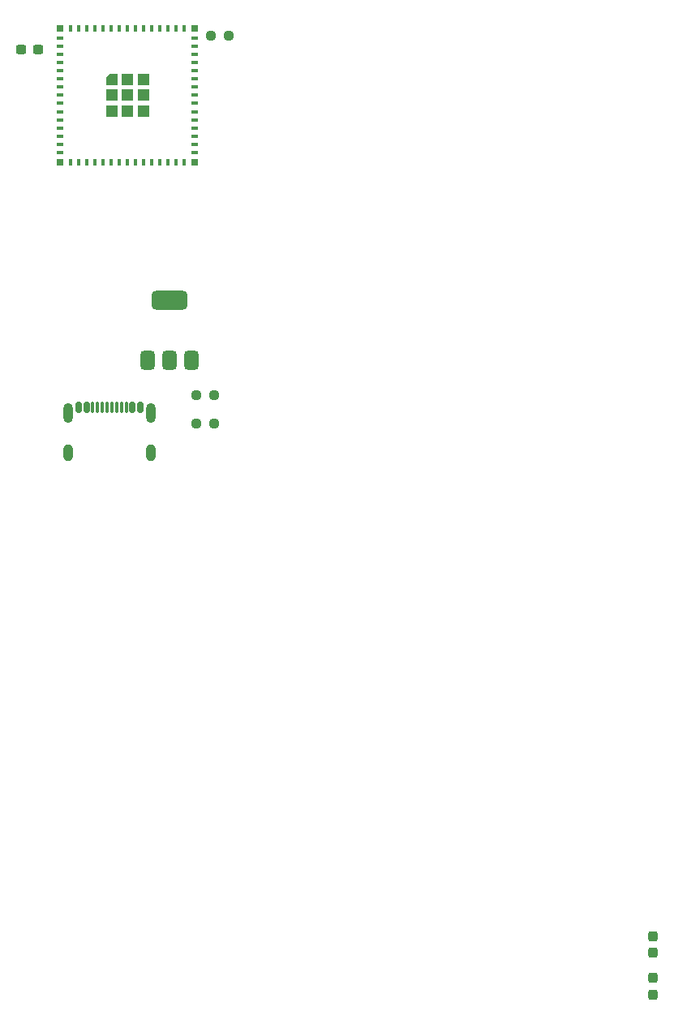
<source format=gbr>
%TF.GenerationSoftware,KiCad,Pcbnew,9.0.2*%
%TF.CreationDate,2025-07-24T13:27:54-05:00*%
%TF.ProjectId,clock,636c6f63-6b2e-46b6-9963-61645f706362,rev?*%
%TF.SameCoordinates,Original*%
%TF.FileFunction,Paste,Top*%
%TF.FilePolarity,Positive*%
%FSLAX46Y46*%
G04 Gerber Fmt 4.6, Leading zero omitted, Abs format (unit mm)*
G04 Created by KiCad (PCBNEW 9.0.2) date 2025-07-24 13:27:54*
%MOMM*%
%LPD*%
G01*
G04 APERTURE LIST*
G04 Aperture macros list*
%AMRoundRect*
0 Rectangle with rounded corners*
0 $1 Rounding radius*
0 $2 $3 $4 $5 $6 $7 $8 $9 X,Y pos of 4 corners*
0 Add a 4 corners polygon primitive as box body*
4,1,4,$2,$3,$4,$5,$6,$7,$8,$9,$2,$3,0*
0 Add four circle primitives for the rounded corners*
1,1,$1+$1,$2,$3*
1,1,$1+$1,$4,$5*
1,1,$1+$1,$6,$7*
1,1,$1+$1,$8,$9*
0 Add four rect primitives between the rounded corners*
20,1,$1+$1,$2,$3,$4,$5,0*
20,1,$1+$1,$4,$5,$6,$7,0*
20,1,$1+$1,$6,$7,$8,$9,0*
20,1,$1+$1,$8,$9,$2,$3,0*%
%AMOutline5P*
0 Free polygon, 5 corners , with rotation*
0 The origin of the aperture is its center*
0 number of corners: always 5*
0 $1 to $10 corner X, Y*
0 $11 Rotation angle, in degrees counterclockwise*
0 create outline with 5 corners*
4,1,5,$1,$2,$3,$4,$5,$6,$7,$8,$9,$10,$1,$2,$11*%
%AMOutline6P*
0 Free polygon, 6 corners , with rotation*
0 The origin of the aperture is its center*
0 number of corners: always 6*
0 $1 to $12 corner X, Y*
0 $13 Rotation angle, in degrees counterclockwise*
0 create outline with 6 corners*
4,1,6,$1,$2,$3,$4,$5,$6,$7,$8,$9,$10,$11,$12,$1,$2,$13*%
%AMOutline7P*
0 Free polygon, 7 corners , with rotation*
0 The origin of the aperture is its center*
0 number of corners: always 7*
0 $1 to $14 corner X, Y*
0 $15 Rotation angle, in degrees counterclockwise*
0 create outline with 7 corners*
4,1,7,$1,$2,$3,$4,$5,$6,$7,$8,$9,$10,$11,$12,$13,$14,$1,$2,$15*%
%AMOutline8P*
0 Free polygon, 8 corners , with rotation*
0 The origin of the aperture is its center*
0 number of corners: always 8*
0 $1 to $16 corner X, Y*
0 $17 Rotation angle, in degrees counterclockwise*
0 create outline with 8 corners*
4,1,8,$1,$2,$3,$4,$5,$6,$7,$8,$9,$10,$11,$12,$13,$14,$15,$16,$1,$2,$17*%
G04 Aperture macros list end*
%ADD10RoundRect,0.237500X0.237500X-0.300000X0.237500X0.300000X-0.237500X0.300000X-0.237500X-0.300000X0*%
%ADD11RoundRect,0.237500X-0.250000X-0.237500X0.250000X-0.237500X0.250000X0.237500X-0.250000X0.237500X0*%
%ADD12RoundRect,0.375000X0.375000X-0.625000X0.375000X0.625000X-0.375000X0.625000X-0.375000X-0.625000X0*%
%ADD13RoundRect,0.500000X1.400000X-0.500000X1.400000X0.500000X-1.400000X0.500000X-1.400000X-0.500000X0*%
%ADD14R,0.800000X0.400000*%
%ADD15R,0.400000X0.800000*%
%ADD16Outline5P,-0.600000X0.204000X-0.204000X0.600000X0.600000X0.600000X0.600000X-0.600000X-0.600000X-0.600000X0.000000*%
%ADD17R,1.200000X1.200000*%
%ADD18R,0.800000X0.800000*%
%ADD19RoundRect,0.237500X-0.300000X-0.237500X0.300000X-0.237500X0.300000X0.237500X-0.300000X0.237500X0*%
%ADD20RoundRect,0.150000X-0.150000X-0.425000X0.150000X-0.425000X0.150000X0.425000X-0.150000X0.425000X0*%
%ADD21RoundRect,0.075000X-0.075000X-0.500000X0.075000X-0.500000X0.075000X0.500000X-0.075000X0.500000X0*%
%ADD22O,1.000000X2.100000*%
%ADD23O,1.000000X1.800000*%
%ADD24RoundRect,0.237500X0.250000X0.237500X-0.250000X0.237500X-0.250000X-0.237500X0.250000X-0.237500X0*%
G04 APERTURE END LIST*
D10*
%TO.C,R4*%
X145500001Y-174250000D03*
X145500001Y-172525000D03*
%TD*%
D11*
%TO.C,R3*%
X97837500Y-119050000D03*
X99662500Y-119050000D03*
%TD*%
D12*
%TO.C,U2*%
X92700000Y-112450000D03*
X95000000Y-112450000D03*
D13*
X95000000Y-106150000D03*
D12*
X97300000Y-112450000D03*
%TD*%
D10*
%TO.C,R5*%
X145500001Y-178612500D03*
X145500001Y-176887500D03*
%TD*%
D14*
%TO.C,U1*%
X83610000Y-78840000D03*
X83610000Y-79690000D03*
X83610000Y-80540000D03*
X83610000Y-81390000D03*
X83610000Y-82240000D03*
X83610000Y-83090000D03*
X83610000Y-83940000D03*
X83610000Y-84790000D03*
X83610000Y-85640000D03*
X83610000Y-86490000D03*
X83610000Y-87340000D03*
X83610000Y-88190000D03*
X83610000Y-89040000D03*
X83610000Y-89890000D03*
X83610000Y-90740000D03*
D15*
X84660000Y-91790000D03*
X85510000Y-91790000D03*
X86360000Y-91790000D03*
X87210000Y-91790000D03*
X88060000Y-91790000D03*
X88910000Y-91790000D03*
X89760000Y-91790000D03*
X90610000Y-91790000D03*
X91460000Y-91790000D03*
X92310000Y-91790000D03*
X93160000Y-91790000D03*
X94010000Y-91790000D03*
X94860000Y-91790000D03*
X95710000Y-91790000D03*
X96560000Y-91790000D03*
D14*
X97610000Y-90740000D03*
X97610000Y-89890000D03*
X97610000Y-89040000D03*
X97610000Y-88190000D03*
X97610000Y-87340000D03*
X97610000Y-86490000D03*
X97610000Y-85640000D03*
X97610000Y-84790000D03*
X97610000Y-83940000D03*
X97610000Y-83090000D03*
X97610000Y-82240000D03*
X97610000Y-81390000D03*
X97610000Y-80540000D03*
X97610000Y-79690000D03*
X97610000Y-78840000D03*
D15*
X96560000Y-77790000D03*
X95710000Y-77790000D03*
X94860000Y-77790000D03*
X94010000Y-77790000D03*
X93160000Y-77790000D03*
X92310000Y-77790000D03*
X91460000Y-77790000D03*
X90610000Y-77790000D03*
X89760000Y-77790000D03*
X88910000Y-77790000D03*
X88060000Y-77790000D03*
X87210000Y-77790000D03*
X86360000Y-77790000D03*
X85510000Y-77790000D03*
X84660000Y-77790000D03*
D16*
X88960000Y-83140000D03*
D17*
X88960000Y-84790000D03*
X88960000Y-86440000D03*
X90610000Y-83140000D03*
X90610000Y-84790000D03*
X90610000Y-86440000D03*
X92260000Y-83140000D03*
X92260000Y-84790000D03*
X92260000Y-86440000D03*
D18*
X83610000Y-77790000D03*
X83610000Y-91790000D03*
X97610000Y-91790000D03*
X97610000Y-77790000D03*
%TD*%
D19*
%TO.C,C1*%
X79525000Y-80050000D03*
X81250000Y-80050000D03*
%TD*%
D20*
%TO.C,J1*%
X85550000Y-117370000D03*
X86350000Y-117370000D03*
D21*
X87500000Y-117370000D03*
X88500000Y-117370000D03*
X89000000Y-117370000D03*
X90000000Y-117370000D03*
D20*
X91150000Y-117370000D03*
X91950000Y-117370000D03*
X91950000Y-117370000D03*
X91150000Y-117370000D03*
D21*
X90500000Y-117370000D03*
X89500000Y-117370000D03*
X88000000Y-117370000D03*
X87000000Y-117370000D03*
D20*
X86350000Y-117370000D03*
X85550000Y-117370000D03*
D22*
X84430000Y-117945000D03*
D23*
X84430000Y-122125000D03*
D22*
X93070000Y-117945000D03*
D23*
X93070000Y-122125000D03*
%TD*%
D11*
%TO.C,R2*%
X97837500Y-116050000D03*
X99662500Y-116050000D03*
%TD*%
D24*
%TO.C,R1*%
X101162500Y-78550000D03*
X99337500Y-78550000D03*
%TD*%
M02*

</source>
